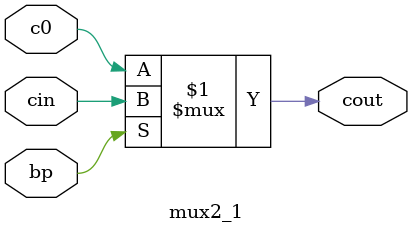
<source format=v>
`timescale 1ns / 1ps
module cskipa(s,c,a,b,cin);
input [3:0]a;
input [3:0]b;
input cin;
output [3:0]s;
output c;
wire [3:0]p;
wire c0;
wire bp;
assign p= a^b;//get all propagate bits
assign bp= &p;
rpc rca1 ( s[3:0],c0, a[3:0],b[3:0],cin);
mux2_1 m0(c0,cin,bp,cout);

endmodule

module propagate_p(a,b,p,bp);
input [3:0] a,b;
output [3:0] p;
output bp;
assign p= a^b;//get all propagate bits
assign bp= &p;// and p0p1p2p3 bits
endmodule

module mux2_1(c0,cin,bp,cout);
output cout;
input c0,cin,bp;
assign cout = bp?cin:c0;


endmodule
</source>
